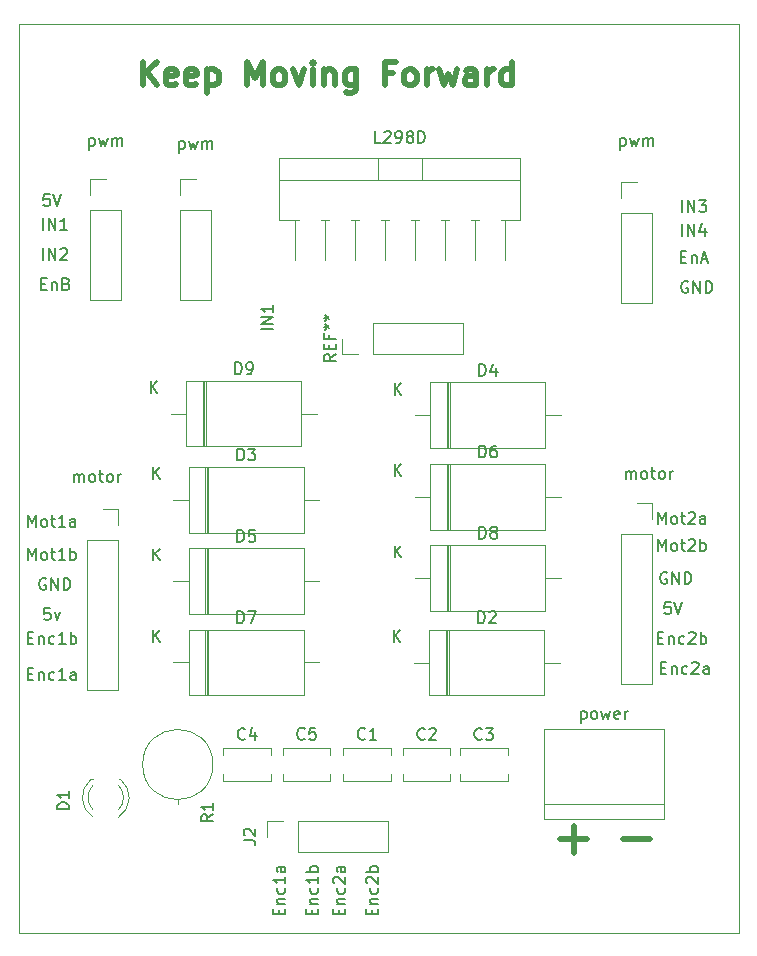
<source format=gbr>
G04 #@! TF.GenerationSoftware,KiCad,Pcbnew,(5.1.2)-2*
G04 #@! TF.CreationDate,2020-05-01T16:22:05+07:00*
G04 #@! TF.ProjectId,l298n,6c323938-6e2e-46b6-9963-61645f706362,rev?*
G04 #@! TF.SameCoordinates,Original*
G04 #@! TF.FileFunction,Legend,Top*
G04 #@! TF.FilePolarity,Positive*
%FSLAX46Y46*%
G04 Gerber Fmt 4.6, Leading zero omitted, Abs format (unit mm)*
G04 Created by KiCad (PCBNEW (5.1.2)-2) date 2020-05-01 16:22:05*
%MOMM*%
%LPD*%
G04 APERTURE LIST*
%ADD10C,0.120000*%
%ADD11C,0.500000*%
%ADD12C,0.150000*%
G04 APERTURE END LIST*
D10*
X79248000Y-17526000D02*
X79248000Y-94488000D01*
X140208000Y-17526000D02*
X79248000Y-17526000D01*
X140208000Y-94488000D02*
X140208000Y-17526000D01*
X79248000Y-94488000D02*
X140208000Y-94488000D01*
D11*
X89790952Y-22748761D02*
X89790952Y-20748761D01*
X90933809Y-22748761D02*
X90076666Y-21605904D01*
X90933809Y-20748761D02*
X89790952Y-21891619D01*
X92552857Y-22653523D02*
X92362380Y-22748761D01*
X91981428Y-22748761D01*
X91790952Y-22653523D01*
X91695714Y-22463047D01*
X91695714Y-21701142D01*
X91790952Y-21510666D01*
X91981428Y-21415428D01*
X92362380Y-21415428D01*
X92552857Y-21510666D01*
X92648095Y-21701142D01*
X92648095Y-21891619D01*
X91695714Y-22082095D01*
X94267142Y-22653523D02*
X94076666Y-22748761D01*
X93695714Y-22748761D01*
X93505238Y-22653523D01*
X93410000Y-22463047D01*
X93410000Y-21701142D01*
X93505238Y-21510666D01*
X93695714Y-21415428D01*
X94076666Y-21415428D01*
X94267142Y-21510666D01*
X94362380Y-21701142D01*
X94362380Y-21891619D01*
X93410000Y-22082095D01*
X95219523Y-21415428D02*
X95219523Y-23415428D01*
X95219523Y-21510666D02*
X95410000Y-21415428D01*
X95790952Y-21415428D01*
X95981428Y-21510666D01*
X96076666Y-21605904D01*
X96171904Y-21796380D01*
X96171904Y-22367809D01*
X96076666Y-22558285D01*
X95981428Y-22653523D01*
X95790952Y-22748761D01*
X95410000Y-22748761D01*
X95219523Y-22653523D01*
X98552857Y-22748761D02*
X98552857Y-20748761D01*
X99219523Y-22177333D01*
X99886190Y-20748761D01*
X99886190Y-22748761D01*
X101124285Y-22748761D02*
X100933809Y-22653523D01*
X100838571Y-22558285D01*
X100743333Y-22367809D01*
X100743333Y-21796380D01*
X100838571Y-21605904D01*
X100933809Y-21510666D01*
X101124285Y-21415428D01*
X101410000Y-21415428D01*
X101600476Y-21510666D01*
X101695714Y-21605904D01*
X101790952Y-21796380D01*
X101790952Y-22367809D01*
X101695714Y-22558285D01*
X101600476Y-22653523D01*
X101410000Y-22748761D01*
X101124285Y-22748761D01*
X102457619Y-21415428D02*
X102933809Y-22748761D01*
X103410000Y-21415428D01*
X104171904Y-22748761D02*
X104171904Y-21415428D01*
X104171904Y-20748761D02*
X104076666Y-20844000D01*
X104171904Y-20939238D01*
X104267142Y-20844000D01*
X104171904Y-20748761D01*
X104171904Y-20939238D01*
X105124285Y-21415428D02*
X105124285Y-22748761D01*
X105124285Y-21605904D02*
X105219523Y-21510666D01*
X105410000Y-21415428D01*
X105695714Y-21415428D01*
X105886190Y-21510666D01*
X105981428Y-21701142D01*
X105981428Y-22748761D01*
X107790952Y-21415428D02*
X107790952Y-23034476D01*
X107695714Y-23224952D01*
X107600476Y-23320190D01*
X107410000Y-23415428D01*
X107124285Y-23415428D01*
X106933809Y-23320190D01*
X107790952Y-22653523D02*
X107600476Y-22748761D01*
X107219523Y-22748761D01*
X107029047Y-22653523D01*
X106933809Y-22558285D01*
X106838571Y-22367809D01*
X106838571Y-21796380D01*
X106933809Y-21605904D01*
X107029047Y-21510666D01*
X107219523Y-21415428D01*
X107600476Y-21415428D01*
X107790952Y-21510666D01*
X110933809Y-21701142D02*
X110267142Y-21701142D01*
X110267142Y-22748761D02*
X110267142Y-20748761D01*
X111219523Y-20748761D01*
X112267142Y-22748761D02*
X112076666Y-22653523D01*
X111981428Y-22558285D01*
X111886190Y-22367809D01*
X111886190Y-21796380D01*
X111981428Y-21605904D01*
X112076666Y-21510666D01*
X112267142Y-21415428D01*
X112552857Y-21415428D01*
X112743333Y-21510666D01*
X112838571Y-21605904D01*
X112933809Y-21796380D01*
X112933809Y-22367809D01*
X112838571Y-22558285D01*
X112743333Y-22653523D01*
X112552857Y-22748761D01*
X112267142Y-22748761D01*
X113790952Y-22748761D02*
X113790952Y-21415428D01*
X113790952Y-21796380D02*
X113886190Y-21605904D01*
X113981428Y-21510666D01*
X114171904Y-21415428D01*
X114362380Y-21415428D01*
X114838571Y-21415428D02*
X115219523Y-22748761D01*
X115600476Y-21796380D01*
X115981428Y-22748761D01*
X116362380Y-21415428D01*
X117981428Y-22748761D02*
X117981428Y-21701142D01*
X117886190Y-21510666D01*
X117695714Y-21415428D01*
X117314761Y-21415428D01*
X117124285Y-21510666D01*
X117981428Y-22653523D02*
X117790952Y-22748761D01*
X117314761Y-22748761D01*
X117124285Y-22653523D01*
X117029047Y-22463047D01*
X117029047Y-22272571D01*
X117124285Y-22082095D01*
X117314761Y-21986857D01*
X117790952Y-21986857D01*
X117981428Y-21891619D01*
X118933809Y-22748761D02*
X118933809Y-21415428D01*
X118933809Y-21796380D02*
X119029047Y-21605904D01*
X119124285Y-21510666D01*
X119314761Y-21415428D01*
X119505238Y-21415428D01*
X121029047Y-22748761D02*
X121029047Y-20748761D01*
X121029047Y-22653523D02*
X120838571Y-22748761D01*
X120457619Y-22748761D01*
X120267142Y-22653523D01*
X120171904Y-22558285D01*
X120076666Y-22367809D01*
X120076666Y-21796380D01*
X120171904Y-21605904D01*
X120267142Y-21510666D01*
X120457619Y-21415428D01*
X120838571Y-21415428D01*
X121029047Y-21510666D01*
D12*
X100782380Y-43418000D02*
X99782380Y-43418000D01*
X100782380Y-42941809D02*
X99782380Y-42941809D01*
X100782380Y-42370380D01*
X99782380Y-42370380D01*
X100782380Y-41370380D02*
X100782380Y-41941809D01*
X100782380Y-41656095D02*
X99782380Y-41656095D01*
X99925238Y-41751333D01*
X100020476Y-41846571D01*
X100068095Y-41941809D01*
X135890095Y-39378000D02*
X135794857Y-39330380D01*
X135652000Y-39330380D01*
X135509142Y-39378000D01*
X135413904Y-39473238D01*
X135366285Y-39568476D01*
X135318666Y-39758952D01*
X135318666Y-39901809D01*
X135366285Y-40092285D01*
X135413904Y-40187523D01*
X135509142Y-40282761D01*
X135652000Y-40330380D01*
X135747238Y-40330380D01*
X135890095Y-40282761D01*
X135937714Y-40235142D01*
X135937714Y-39901809D01*
X135747238Y-39901809D01*
X136366285Y-40330380D02*
X136366285Y-39330380D01*
X136937714Y-40330380D01*
X136937714Y-39330380D01*
X137413904Y-40330380D02*
X137413904Y-39330380D01*
X137652000Y-39330380D01*
X137794857Y-39378000D01*
X137890095Y-39473238D01*
X137937714Y-39568476D01*
X137985333Y-39758952D01*
X137985333Y-39901809D01*
X137937714Y-40092285D01*
X137890095Y-40187523D01*
X137794857Y-40282761D01*
X137652000Y-40330380D01*
X137413904Y-40330380D01*
X135302761Y-37266571D02*
X135636095Y-37266571D01*
X135778952Y-37790380D02*
X135302761Y-37790380D01*
X135302761Y-36790380D01*
X135778952Y-36790380D01*
X136207523Y-37123714D02*
X136207523Y-37790380D01*
X136207523Y-37218952D02*
X136255142Y-37171333D01*
X136350380Y-37123714D01*
X136493238Y-37123714D01*
X136588476Y-37171333D01*
X136636095Y-37266571D01*
X136636095Y-37790380D01*
X137064666Y-37504666D02*
X137540857Y-37504666D01*
X136969428Y-37790380D02*
X137302761Y-36790380D01*
X137636095Y-37790380D01*
X135398000Y-35504380D02*
X135398000Y-34504380D01*
X135874190Y-35504380D02*
X135874190Y-34504380D01*
X136445619Y-35504380D01*
X136445619Y-34504380D01*
X137350380Y-34837714D02*
X137350380Y-35504380D01*
X137112285Y-34456761D02*
X136874190Y-35171047D01*
X137493238Y-35171047D01*
X135398000Y-33472380D02*
X135398000Y-32472380D01*
X135874190Y-33472380D02*
X135874190Y-32472380D01*
X136445619Y-33472380D01*
X136445619Y-32472380D01*
X136826571Y-32472380D02*
X137445619Y-32472380D01*
X137112285Y-32853333D01*
X137255142Y-32853333D01*
X137350380Y-32900952D01*
X137398000Y-32948571D01*
X137445619Y-33043809D01*
X137445619Y-33281904D01*
X137398000Y-33377142D01*
X137350380Y-33424761D01*
X137255142Y-33472380D01*
X136969428Y-33472380D01*
X136874190Y-33424761D01*
X136826571Y-33377142D01*
X81129333Y-39552571D02*
X81462666Y-39552571D01*
X81605523Y-40076380D02*
X81129333Y-40076380D01*
X81129333Y-39076380D01*
X81605523Y-39076380D01*
X82034095Y-39409714D02*
X82034095Y-40076380D01*
X82034095Y-39504952D02*
X82081714Y-39457333D01*
X82176952Y-39409714D01*
X82319809Y-39409714D01*
X82415047Y-39457333D01*
X82462666Y-39552571D01*
X82462666Y-40076380D01*
X83272190Y-39552571D02*
X83415047Y-39600190D01*
X83462666Y-39647809D01*
X83510285Y-39743047D01*
X83510285Y-39885904D01*
X83462666Y-39981142D01*
X83415047Y-40028761D01*
X83319809Y-40076380D01*
X82938857Y-40076380D01*
X82938857Y-39076380D01*
X83272190Y-39076380D01*
X83367428Y-39124000D01*
X83415047Y-39171619D01*
X83462666Y-39266857D01*
X83462666Y-39362095D01*
X83415047Y-39457333D01*
X83367428Y-39504952D01*
X83272190Y-39552571D01*
X82938857Y-39552571D01*
X81296000Y-37536380D02*
X81296000Y-36536380D01*
X81772190Y-37536380D02*
X81772190Y-36536380D01*
X82343619Y-37536380D01*
X82343619Y-36536380D01*
X82772190Y-36631619D02*
X82819809Y-36584000D01*
X82915047Y-36536380D01*
X83153142Y-36536380D01*
X83248380Y-36584000D01*
X83296000Y-36631619D01*
X83343619Y-36726857D01*
X83343619Y-36822095D01*
X83296000Y-36964952D01*
X82724571Y-37536380D01*
X83343619Y-37536380D01*
X81296000Y-34996380D02*
X81296000Y-33996380D01*
X81772190Y-34996380D02*
X81772190Y-33996380D01*
X82343619Y-34996380D01*
X82343619Y-33996380D01*
X83343619Y-34996380D02*
X82772190Y-34996380D01*
X83057904Y-34996380D02*
X83057904Y-33996380D01*
X82962666Y-34139238D01*
X82867428Y-34234476D01*
X82772190Y-34282095D01*
X81851523Y-31964380D02*
X81375333Y-31964380D01*
X81327714Y-32440571D01*
X81375333Y-32392952D01*
X81470571Y-32345333D01*
X81708666Y-32345333D01*
X81803904Y-32392952D01*
X81851523Y-32440571D01*
X81899142Y-32535809D01*
X81899142Y-32773904D01*
X81851523Y-32869142D01*
X81803904Y-32916761D01*
X81708666Y-32964380D01*
X81470571Y-32964380D01*
X81375333Y-32916761D01*
X81327714Y-32869142D01*
X82184857Y-31964380D02*
X82518190Y-32964380D01*
X82851523Y-31964380D01*
X80042000Y-60142380D02*
X80042000Y-59142380D01*
X80375333Y-59856666D01*
X80708666Y-59142380D01*
X80708666Y-60142380D01*
X81327714Y-60142380D02*
X81232476Y-60094761D01*
X81184857Y-60047142D01*
X81137238Y-59951904D01*
X81137238Y-59666190D01*
X81184857Y-59570952D01*
X81232476Y-59523333D01*
X81327714Y-59475714D01*
X81470571Y-59475714D01*
X81565809Y-59523333D01*
X81613428Y-59570952D01*
X81661047Y-59666190D01*
X81661047Y-59951904D01*
X81613428Y-60047142D01*
X81565809Y-60094761D01*
X81470571Y-60142380D01*
X81327714Y-60142380D01*
X81946761Y-59475714D02*
X82327714Y-59475714D01*
X82089619Y-59142380D02*
X82089619Y-59999523D01*
X82137238Y-60094761D01*
X82232476Y-60142380D01*
X82327714Y-60142380D01*
X83184857Y-60142380D02*
X82613428Y-60142380D01*
X82899142Y-60142380D02*
X82899142Y-59142380D01*
X82803904Y-59285238D01*
X82708666Y-59380476D01*
X82613428Y-59428095D01*
X84042000Y-60142380D02*
X84042000Y-59618571D01*
X83994380Y-59523333D01*
X83899142Y-59475714D01*
X83708666Y-59475714D01*
X83613428Y-59523333D01*
X84042000Y-60094761D02*
X83946761Y-60142380D01*
X83708666Y-60142380D01*
X83613428Y-60094761D01*
X83565809Y-59999523D01*
X83565809Y-59904285D01*
X83613428Y-59809047D01*
X83708666Y-59761428D01*
X83946761Y-59761428D01*
X84042000Y-59713809D01*
X80042000Y-62936380D02*
X80042000Y-61936380D01*
X80375333Y-62650666D01*
X80708666Y-61936380D01*
X80708666Y-62936380D01*
X81327714Y-62936380D02*
X81232476Y-62888761D01*
X81184857Y-62841142D01*
X81137238Y-62745904D01*
X81137238Y-62460190D01*
X81184857Y-62364952D01*
X81232476Y-62317333D01*
X81327714Y-62269714D01*
X81470571Y-62269714D01*
X81565809Y-62317333D01*
X81613428Y-62364952D01*
X81661047Y-62460190D01*
X81661047Y-62745904D01*
X81613428Y-62841142D01*
X81565809Y-62888761D01*
X81470571Y-62936380D01*
X81327714Y-62936380D01*
X81946761Y-62269714D02*
X82327714Y-62269714D01*
X82089619Y-61936380D02*
X82089619Y-62793523D01*
X82137238Y-62888761D01*
X82232476Y-62936380D01*
X82327714Y-62936380D01*
X83184857Y-62936380D02*
X82613428Y-62936380D01*
X82899142Y-62936380D02*
X82899142Y-61936380D01*
X82803904Y-62079238D01*
X82708666Y-62174476D01*
X82613428Y-62222095D01*
X83613428Y-62936380D02*
X83613428Y-61936380D01*
X83613428Y-62317333D02*
X83708666Y-62269714D01*
X83899142Y-62269714D01*
X83994380Y-62317333D01*
X84042000Y-62364952D01*
X84089619Y-62460190D01*
X84089619Y-62745904D01*
X84042000Y-62841142D01*
X83994380Y-62888761D01*
X83899142Y-62936380D01*
X83708666Y-62936380D01*
X83613428Y-62888761D01*
X81534095Y-64524000D02*
X81438857Y-64476380D01*
X81296000Y-64476380D01*
X81153142Y-64524000D01*
X81057904Y-64619238D01*
X81010285Y-64714476D01*
X80962666Y-64904952D01*
X80962666Y-65047809D01*
X81010285Y-65238285D01*
X81057904Y-65333523D01*
X81153142Y-65428761D01*
X81296000Y-65476380D01*
X81391238Y-65476380D01*
X81534095Y-65428761D01*
X81581714Y-65381142D01*
X81581714Y-65047809D01*
X81391238Y-65047809D01*
X82010285Y-65476380D02*
X82010285Y-64476380D01*
X82581714Y-65476380D01*
X82581714Y-64476380D01*
X83057904Y-65476380D02*
X83057904Y-64476380D01*
X83296000Y-64476380D01*
X83438857Y-64524000D01*
X83534095Y-64619238D01*
X83581714Y-64714476D01*
X83629333Y-64904952D01*
X83629333Y-65047809D01*
X83581714Y-65238285D01*
X83534095Y-65333523D01*
X83438857Y-65428761D01*
X83296000Y-65476380D01*
X83057904Y-65476380D01*
X81899142Y-67016380D02*
X81422952Y-67016380D01*
X81375333Y-67492571D01*
X81422952Y-67444952D01*
X81518190Y-67397333D01*
X81756285Y-67397333D01*
X81851523Y-67444952D01*
X81899142Y-67492571D01*
X81946761Y-67587809D01*
X81946761Y-67825904D01*
X81899142Y-67921142D01*
X81851523Y-67968761D01*
X81756285Y-68016380D01*
X81518190Y-68016380D01*
X81422952Y-67968761D01*
X81375333Y-67921142D01*
X82280095Y-67349714D02*
X82518190Y-68016380D01*
X82756285Y-67349714D01*
X80018190Y-69524571D02*
X80351523Y-69524571D01*
X80494380Y-70048380D02*
X80018190Y-70048380D01*
X80018190Y-69048380D01*
X80494380Y-69048380D01*
X80922952Y-69381714D02*
X80922952Y-70048380D01*
X80922952Y-69476952D02*
X80970571Y-69429333D01*
X81065809Y-69381714D01*
X81208666Y-69381714D01*
X81303904Y-69429333D01*
X81351523Y-69524571D01*
X81351523Y-70048380D01*
X82256285Y-70000761D02*
X82161047Y-70048380D01*
X81970571Y-70048380D01*
X81875333Y-70000761D01*
X81827714Y-69953142D01*
X81780095Y-69857904D01*
X81780095Y-69572190D01*
X81827714Y-69476952D01*
X81875333Y-69429333D01*
X81970571Y-69381714D01*
X82161047Y-69381714D01*
X82256285Y-69429333D01*
X83208666Y-70048380D02*
X82637238Y-70048380D01*
X82922952Y-70048380D02*
X82922952Y-69048380D01*
X82827714Y-69191238D01*
X82732476Y-69286476D01*
X82637238Y-69334095D01*
X83637238Y-70048380D02*
X83637238Y-69048380D01*
X83637238Y-69429333D02*
X83732476Y-69381714D01*
X83922952Y-69381714D01*
X84018190Y-69429333D01*
X84065809Y-69476952D01*
X84113428Y-69572190D01*
X84113428Y-69857904D01*
X84065809Y-69953142D01*
X84018190Y-70000761D01*
X83922952Y-70048380D01*
X83732476Y-70048380D01*
X83637238Y-70000761D01*
X80018190Y-72572571D02*
X80351523Y-72572571D01*
X80494380Y-73096380D02*
X80018190Y-73096380D01*
X80018190Y-72096380D01*
X80494380Y-72096380D01*
X80922952Y-72429714D02*
X80922952Y-73096380D01*
X80922952Y-72524952D02*
X80970571Y-72477333D01*
X81065809Y-72429714D01*
X81208666Y-72429714D01*
X81303904Y-72477333D01*
X81351523Y-72572571D01*
X81351523Y-73096380D01*
X82256285Y-73048761D02*
X82161047Y-73096380D01*
X81970571Y-73096380D01*
X81875333Y-73048761D01*
X81827714Y-73001142D01*
X81780095Y-72905904D01*
X81780095Y-72620190D01*
X81827714Y-72524952D01*
X81875333Y-72477333D01*
X81970571Y-72429714D01*
X82161047Y-72429714D01*
X82256285Y-72477333D01*
X83208666Y-73096380D02*
X82637238Y-73096380D01*
X82922952Y-73096380D02*
X82922952Y-72096380D01*
X82827714Y-72239238D01*
X82732476Y-72334476D01*
X82637238Y-72382095D01*
X84065809Y-73096380D02*
X84065809Y-72572571D01*
X84018190Y-72477333D01*
X83922952Y-72429714D01*
X83732476Y-72429714D01*
X83637238Y-72477333D01*
X84065809Y-73048761D02*
X83970571Y-73096380D01*
X83732476Y-73096380D01*
X83637238Y-73048761D01*
X83589619Y-72953523D01*
X83589619Y-72858285D01*
X83637238Y-72763047D01*
X83732476Y-72715428D01*
X83970571Y-72715428D01*
X84065809Y-72667809D01*
X133612190Y-72064571D02*
X133945523Y-72064571D01*
X134088380Y-72588380D02*
X133612190Y-72588380D01*
X133612190Y-71588380D01*
X134088380Y-71588380D01*
X134516952Y-71921714D02*
X134516952Y-72588380D01*
X134516952Y-72016952D02*
X134564571Y-71969333D01*
X134659809Y-71921714D01*
X134802666Y-71921714D01*
X134897904Y-71969333D01*
X134945523Y-72064571D01*
X134945523Y-72588380D01*
X135850285Y-72540761D02*
X135755047Y-72588380D01*
X135564571Y-72588380D01*
X135469333Y-72540761D01*
X135421714Y-72493142D01*
X135374095Y-72397904D01*
X135374095Y-72112190D01*
X135421714Y-72016952D01*
X135469333Y-71969333D01*
X135564571Y-71921714D01*
X135755047Y-71921714D01*
X135850285Y-71969333D01*
X136231238Y-71683619D02*
X136278857Y-71636000D01*
X136374095Y-71588380D01*
X136612190Y-71588380D01*
X136707428Y-71636000D01*
X136755047Y-71683619D01*
X136802666Y-71778857D01*
X136802666Y-71874095D01*
X136755047Y-72016952D01*
X136183619Y-72588380D01*
X136802666Y-72588380D01*
X137659809Y-72588380D02*
X137659809Y-72064571D01*
X137612190Y-71969333D01*
X137516952Y-71921714D01*
X137326476Y-71921714D01*
X137231238Y-71969333D01*
X137659809Y-72540761D02*
X137564571Y-72588380D01*
X137326476Y-72588380D01*
X137231238Y-72540761D01*
X137183619Y-72445523D01*
X137183619Y-72350285D01*
X137231238Y-72255047D01*
X137326476Y-72207428D01*
X137564571Y-72207428D01*
X137659809Y-72159809D01*
X133358190Y-69524571D02*
X133691523Y-69524571D01*
X133834380Y-70048380D02*
X133358190Y-70048380D01*
X133358190Y-69048380D01*
X133834380Y-69048380D01*
X134262952Y-69381714D02*
X134262952Y-70048380D01*
X134262952Y-69476952D02*
X134310571Y-69429333D01*
X134405809Y-69381714D01*
X134548666Y-69381714D01*
X134643904Y-69429333D01*
X134691523Y-69524571D01*
X134691523Y-70048380D01*
X135596285Y-70000761D02*
X135501047Y-70048380D01*
X135310571Y-70048380D01*
X135215333Y-70000761D01*
X135167714Y-69953142D01*
X135120095Y-69857904D01*
X135120095Y-69572190D01*
X135167714Y-69476952D01*
X135215333Y-69429333D01*
X135310571Y-69381714D01*
X135501047Y-69381714D01*
X135596285Y-69429333D01*
X135977238Y-69143619D02*
X136024857Y-69096000D01*
X136120095Y-69048380D01*
X136358190Y-69048380D01*
X136453428Y-69096000D01*
X136501047Y-69143619D01*
X136548666Y-69238857D01*
X136548666Y-69334095D01*
X136501047Y-69476952D01*
X135929619Y-70048380D01*
X136548666Y-70048380D01*
X136977238Y-70048380D02*
X136977238Y-69048380D01*
X136977238Y-69429333D02*
X137072476Y-69381714D01*
X137262952Y-69381714D01*
X137358190Y-69429333D01*
X137405809Y-69476952D01*
X137453428Y-69572190D01*
X137453428Y-69857904D01*
X137405809Y-69953142D01*
X137358190Y-70000761D01*
X137262952Y-70048380D01*
X137072476Y-70048380D01*
X136977238Y-70000761D01*
X134429523Y-66508380D02*
X133953333Y-66508380D01*
X133905714Y-66984571D01*
X133953333Y-66936952D01*
X134048571Y-66889333D01*
X134286666Y-66889333D01*
X134381904Y-66936952D01*
X134429523Y-66984571D01*
X134477142Y-67079809D01*
X134477142Y-67317904D01*
X134429523Y-67413142D01*
X134381904Y-67460761D01*
X134286666Y-67508380D01*
X134048571Y-67508380D01*
X133953333Y-67460761D01*
X133905714Y-67413142D01*
X134762857Y-66508380D02*
X135096190Y-67508380D01*
X135429523Y-66508380D01*
X134112095Y-64016000D02*
X134016857Y-63968380D01*
X133874000Y-63968380D01*
X133731142Y-64016000D01*
X133635904Y-64111238D01*
X133588285Y-64206476D01*
X133540666Y-64396952D01*
X133540666Y-64539809D01*
X133588285Y-64730285D01*
X133635904Y-64825523D01*
X133731142Y-64920761D01*
X133874000Y-64968380D01*
X133969238Y-64968380D01*
X134112095Y-64920761D01*
X134159714Y-64873142D01*
X134159714Y-64539809D01*
X133969238Y-64539809D01*
X134588285Y-64968380D02*
X134588285Y-63968380D01*
X135159714Y-64968380D01*
X135159714Y-63968380D01*
X135635904Y-64968380D02*
X135635904Y-63968380D01*
X135874000Y-63968380D01*
X136016857Y-64016000D01*
X136112095Y-64111238D01*
X136159714Y-64206476D01*
X136207333Y-64396952D01*
X136207333Y-64539809D01*
X136159714Y-64730285D01*
X136112095Y-64825523D01*
X136016857Y-64920761D01*
X135874000Y-64968380D01*
X135635904Y-64968380D01*
X133382000Y-62174380D02*
X133382000Y-61174380D01*
X133715333Y-61888666D01*
X134048666Y-61174380D01*
X134048666Y-62174380D01*
X134667714Y-62174380D02*
X134572476Y-62126761D01*
X134524857Y-62079142D01*
X134477238Y-61983904D01*
X134477238Y-61698190D01*
X134524857Y-61602952D01*
X134572476Y-61555333D01*
X134667714Y-61507714D01*
X134810571Y-61507714D01*
X134905809Y-61555333D01*
X134953428Y-61602952D01*
X135001047Y-61698190D01*
X135001047Y-61983904D01*
X134953428Y-62079142D01*
X134905809Y-62126761D01*
X134810571Y-62174380D01*
X134667714Y-62174380D01*
X135286761Y-61507714D02*
X135667714Y-61507714D01*
X135429619Y-61174380D02*
X135429619Y-62031523D01*
X135477238Y-62126761D01*
X135572476Y-62174380D01*
X135667714Y-62174380D01*
X135953428Y-61269619D02*
X136001047Y-61222000D01*
X136096285Y-61174380D01*
X136334380Y-61174380D01*
X136429619Y-61222000D01*
X136477238Y-61269619D01*
X136524857Y-61364857D01*
X136524857Y-61460095D01*
X136477238Y-61602952D01*
X135905809Y-62174380D01*
X136524857Y-62174380D01*
X136953428Y-62174380D02*
X136953428Y-61174380D01*
X136953428Y-61555333D02*
X137048666Y-61507714D01*
X137239142Y-61507714D01*
X137334380Y-61555333D01*
X137382000Y-61602952D01*
X137429619Y-61698190D01*
X137429619Y-61983904D01*
X137382000Y-62079142D01*
X137334380Y-62126761D01*
X137239142Y-62174380D01*
X137048666Y-62174380D01*
X136953428Y-62126761D01*
X133382000Y-59888380D02*
X133382000Y-58888380D01*
X133715333Y-59602666D01*
X134048666Y-58888380D01*
X134048666Y-59888380D01*
X134667714Y-59888380D02*
X134572476Y-59840761D01*
X134524857Y-59793142D01*
X134477238Y-59697904D01*
X134477238Y-59412190D01*
X134524857Y-59316952D01*
X134572476Y-59269333D01*
X134667714Y-59221714D01*
X134810571Y-59221714D01*
X134905809Y-59269333D01*
X134953428Y-59316952D01*
X135001047Y-59412190D01*
X135001047Y-59697904D01*
X134953428Y-59793142D01*
X134905809Y-59840761D01*
X134810571Y-59888380D01*
X134667714Y-59888380D01*
X135286761Y-59221714D02*
X135667714Y-59221714D01*
X135429619Y-58888380D02*
X135429619Y-59745523D01*
X135477238Y-59840761D01*
X135572476Y-59888380D01*
X135667714Y-59888380D01*
X135953428Y-58983619D02*
X136001047Y-58936000D01*
X136096285Y-58888380D01*
X136334380Y-58888380D01*
X136429619Y-58936000D01*
X136477238Y-58983619D01*
X136524857Y-59078857D01*
X136524857Y-59174095D01*
X136477238Y-59316952D01*
X135905809Y-59888380D01*
X136524857Y-59888380D01*
X137382000Y-59888380D02*
X137382000Y-59364571D01*
X137334380Y-59269333D01*
X137239142Y-59221714D01*
X137048666Y-59221714D01*
X136953428Y-59269333D01*
X137382000Y-59840761D02*
X137286761Y-59888380D01*
X137048666Y-59888380D01*
X136953428Y-59840761D01*
X136905809Y-59745523D01*
X136905809Y-59650285D01*
X136953428Y-59555047D01*
X137048666Y-59507428D01*
X137286761Y-59507428D01*
X137382000Y-59459809D01*
X109148571Y-92955809D02*
X109148571Y-92622476D01*
X109672380Y-92479619D02*
X109672380Y-92955809D01*
X108672380Y-92955809D01*
X108672380Y-92479619D01*
X109005714Y-92051047D02*
X109672380Y-92051047D01*
X109100952Y-92051047D02*
X109053333Y-92003428D01*
X109005714Y-91908190D01*
X109005714Y-91765333D01*
X109053333Y-91670095D01*
X109148571Y-91622476D01*
X109672380Y-91622476D01*
X109624761Y-90717714D02*
X109672380Y-90812952D01*
X109672380Y-91003428D01*
X109624761Y-91098666D01*
X109577142Y-91146285D01*
X109481904Y-91193904D01*
X109196190Y-91193904D01*
X109100952Y-91146285D01*
X109053333Y-91098666D01*
X109005714Y-91003428D01*
X109005714Y-90812952D01*
X109053333Y-90717714D01*
X108767619Y-90336761D02*
X108720000Y-90289142D01*
X108672380Y-90193904D01*
X108672380Y-89955809D01*
X108720000Y-89860571D01*
X108767619Y-89812952D01*
X108862857Y-89765333D01*
X108958095Y-89765333D01*
X109100952Y-89812952D01*
X109672380Y-90384380D01*
X109672380Y-89765333D01*
X109672380Y-89336761D02*
X108672380Y-89336761D01*
X109053333Y-89336761D02*
X109005714Y-89241523D01*
X109005714Y-89051047D01*
X109053333Y-88955809D01*
X109100952Y-88908190D01*
X109196190Y-88860571D01*
X109481904Y-88860571D01*
X109577142Y-88908190D01*
X109624761Y-88955809D01*
X109672380Y-89051047D01*
X109672380Y-89241523D01*
X109624761Y-89336761D01*
X106354571Y-92955809D02*
X106354571Y-92622476D01*
X106878380Y-92479619D02*
X106878380Y-92955809D01*
X105878380Y-92955809D01*
X105878380Y-92479619D01*
X106211714Y-92051047D02*
X106878380Y-92051047D01*
X106306952Y-92051047D02*
X106259333Y-92003428D01*
X106211714Y-91908190D01*
X106211714Y-91765333D01*
X106259333Y-91670095D01*
X106354571Y-91622476D01*
X106878380Y-91622476D01*
X106830761Y-90717714D02*
X106878380Y-90812952D01*
X106878380Y-91003428D01*
X106830761Y-91098666D01*
X106783142Y-91146285D01*
X106687904Y-91193904D01*
X106402190Y-91193904D01*
X106306952Y-91146285D01*
X106259333Y-91098666D01*
X106211714Y-91003428D01*
X106211714Y-90812952D01*
X106259333Y-90717714D01*
X105973619Y-90336761D02*
X105926000Y-90289142D01*
X105878380Y-90193904D01*
X105878380Y-89955809D01*
X105926000Y-89860571D01*
X105973619Y-89812952D01*
X106068857Y-89765333D01*
X106164095Y-89765333D01*
X106306952Y-89812952D01*
X106878380Y-90384380D01*
X106878380Y-89765333D01*
X106878380Y-88908190D02*
X106354571Y-88908190D01*
X106259333Y-88955809D01*
X106211714Y-89051047D01*
X106211714Y-89241523D01*
X106259333Y-89336761D01*
X106830761Y-88908190D02*
X106878380Y-89003428D01*
X106878380Y-89241523D01*
X106830761Y-89336761D01*
X106735523Y-89384380D01*
X106640285Y-89384380D01*
X106545047Y-89336761D01*
X106497428Y-89241523D01*
X106497428Y-89003428D01*
X106449809Y-88908190D01*
X104068571Y-92955809D02*
X104068571Y-92622476D01*
X104592380Y-92479619D02*
X104592380Y-92955809D01*
X103592380Y-92955809D01*
X103592380Y-92479619D01*
X103925714Y-92051047D02*
X104592380Y-92051047D01*
X104020952Y-92051047D02*
X103973333Y-92003428D01*
X103925714Y-91908190D01*
X103925714Y-91765333D01*
X103973333Y-91670095D01*
X104068571Y-91622476D01*
X104592380Y-91622476D01*
X104544761Y-90717714D02*
X104592380Y-90812952D01*
X104592380Y-91003428D01*
X104544761Y-91098666D01*
X104497142Y-91146285D01*
X104401904Y-91193904D01*
X104116190Y-91193904D01*
X104020952Y-91146285D01*
X103973333Y-91098666D01*
X103925714Y-91003428D01*
X103925714Y-90812952D01*
X103973333Y-90717714D01*
X104592380Y-89765333D02*
X104592380Y-90336761D01*
X104592380Y-90051047D02*
X103592380Y-90051047D01*
X103735238Y-90146285D01*
X103830476Y-90241523D01*
X103878095Y-90336761D01*
X104592380Y-89336761D02*
X103592380Y-89336761D01*
X103973333Y-89336761D02*
X103925714Y-89241523D01*
X103925714Y-89051047D01*
X103973333Y-88955809D01*
X104020952Y-88908190D01*
X104116190Y-88860571D01*
X104401904Y-88860571D01*
X104497142Y-88908190D01*
X104544761Y-88955809D01*
X104592380Y-89051047D01*
X104592380Y-89241523D01*
X104544761Y-89336761D01*
X101274571Y-92955809D02*
X101274571Y-92622476D01*
X101798380Y-92479619D02*
X101798380Y-92955809D01*
X100798380Y-92955809D01*
X100798380Y-92479619D01*
X101131714Y-92051047D02*
X101798380Y-92051047D01*
X101226952Y-92051047D02*
X101179333Y-92003428D01*
X101131714Y-91908190D01*
X101131714Y-91765333D01*
X101179333Y-91670095D01*
X101274571Y-91622476D01*
X101798380Y-91622476D01*
X101750761Y-90717714D02*
X101798380Y-90812952D01*
X101798380Y-91003428D01*
X101750761Y-91098666D01*
X101703142Y-91146285D01*
X101607904Y-91193904D01*
X101322190Y-91193904D01*
X101226952Y-91146285D01*
X101179333Y-91098666D01*
X101131714Y-91003428D01*
X101131714Y-90812952D01*
X101179333Y-90717714D01*
X101798380Y-89765333D02*
X101798380Y-90336761D01*
X101798380Y-90051047D02*
X100798380Y-90051047D01*
X100941238Y-90146285D01*
X101036476Y-90241523D01*
X101084095Y-90336761D01*
X101798380Y-88908190D02*
X101274571Y-88908190D01*
X101179333Y-88955809D01*
X101131714Y-89051047D01*
X101131714Y-89241523D01*
X101179333Y-89336761D01*
X101750761Y-88908190D02*
X101798380Y-89003428D01*
X101798380Y-89241523D01*
X101750761Y-89336761D01*
X101655523Y-89384380D01*
X101560285Y-89384380D01*
X101465047Y-89336761D01*
X101417428Y-89241523D01*
X101417428Y-89003428D01*
X101369809Y-88908190D01*
D11*
X130429142Y-86574285D02*
X132714857Y-86574285D01*
X125095142Y-86574285D02*
X127380857Y-86574285D01*
X126238000Y-87717142D02*
X126238000Y-85431428D01*
D10*
X92904000Y-30674000D02*
X94234000Y-30674000D01*
X92904000Y-32004000D02*
X92904000Y-30674000D01*
X92904000Y-33274000D02*
X95564000Y-33274000D01*
X95564000Y-33274000D02*
X95564000Y-40954000D01*
X92904000Y-33274000D02*
X92904000Y-40954000D01*
X92904000Y-40954000D02*
X95564000Y-40954000D01*
X106620000Y-45526000D02*
X106620000Y-44196000D01*
X107950000Y-45526000D02*
X106620000Y-45526000D01*
X109220000Y-45526000D02*
X109220000Y-42866000D01*
X109220000Y-42866000D02*
X116900000Y-42866000D01*
X109220000Y-45526000D02*
X116900000Y-45526000D01*
X116900000Y-45526000D02*
X116900000Y-42866000D01*
X130242000Y-30928000D02*
X131572000Y-30928000D01*
X130242000Y-32258000D02*
X130242000Y-30928000D01*
X130242000Y-33528000D02*
X132902000Y-33528000D01*
X132902000Y-33528000D02*
X132902000Y-41208000D01*
X130242000Y-33528000D02*
X130242000Y-41208000D01*
X130242000Y-41208000D02*
X132902000Y-41208000D01*
X101286000Y-28908000D02*
X121726000Y-28908000D01*
X101286000Y-34149000D02*
X102962000Y-34149000D01*
X104811000Y-34149000D02*
X105502000Y-34149000D01*
X107351000Y-34149000D02*
X108042000Y-34149000D01*
X109891000Y-34149000D02*
X110582000Y-34149000D01*
X112431000Y-34149000D02*
X113122000Y-34149000D01*
X114971000Y-34149000D02*
X115662000Y-34149000D01*
X117511000Y-34149000D02*
X118202000Y-34149000D01*
X120051000Y-34149000D02*
X121726000Y-34149000D01*
X101286000Y-28908000D02*
X101286000Y-34149000D01*
X121726000Y-28908000D02*
X121726000Y-34149000D01*
X101286000Y-30748000D02*
X121726000Y-30748000D01*
X109657000Y-28908000D02*
X109657000Y-30748000D01*
X113356000Y-28908000D02*
X113356000Y-30748000D01*
X102616000Y-34149000D02*
X102616000Y-37558000D01*
X105156000Y-34149000D02*
X105156000Y-37543000D01*
X107696000Y-34149000D02*
X107696000Y-37543000D01*
X110236000Y-34149000D02*
X110236000Y-37543000D01*
X112776000Y-34149000D02*
X112776000Y-37543000D01*
X115316000Y-34149000D02*
X115316000Y-37543000D01*
X117856000Y-34149000D02*
X117856000Y-37543000D01*
X120396000Y-34149000D02*
X120396000Y-37543000D01*
X110752000Y-81059000D02*
X110752000Y-81684000D01*
X110752000Y-78844000D02*
X110752000Y-79469000D01*
X106712000Y-81059000D02*
X106712000Y-81684000D01*
X106712000Y-78844000D02*
X106712000Y-79469000D01*
X106712000Y-81684000D02*
X110752000Y-81684000D01*
X106712000Y-78844000D02*
X110752000Y-78844000D01*
X111752000Y-79469000D02*
X111752000Y-78844000D01*
X111752000Y-81684000D02*
X111752000Y-81059000D01*
X115792000Y-79469000D02*
X115792000Y-78844000D01*
X115792000Y-81684000D02*
X115792000Y-81059000D01*
X115792000Y-78844000D02*
X111752000Y-78844000D01*
X115792000Y-81684000D02*
X111752000Y-81684000D01*
X120658000Y-81684000D02*
X116618000Y-81684000D01*
X120658000Y-78844000D02*
X116618000Y-78844000D01*
X120658000Y-81684000D02*
X120658000Y-81059000D01*
X120658000Y-79469000D02*
X120658000Y-78844000D01*
X116618000Y-81684000D02*
X116618000Y-81059000D01*
X116618000Y-79469000D02*
X116618000Y-78844000D01*
X100592000Y-81684000D02*
X96552000Y-81684000D01*
X100592000Y-78844000D02*
X96552000Y-78844000D01*
X100592000Y-81684000D02*
X100592000Y-81059000D01*
X100592000Y-79469000D02*
X100592000Y-78844000D01*
X96552000Y-81684000D02*
X96552000Y-81059000D01*
X96552000Y-79469000D02*
X96552000Y-78844000D01*
X101592000Y-78844000D02*
X105632000Y-78844000D01*
X101592000Y-81684000D02*
X105632000Y-81684000D01*
X101592000Y-78844000D02*
X101592000Y-79469000D01*
X101592000Y-81059000D02*
X101592000Y-81684000D01*
X105632000Y-78844000D02*
X105632000Y-79469000D01*
X105632000Y-81059000D02*
X105632000Y-81684000D01*
X87850000Y-81498000D02*
X87694000Y-81498000D01*
X85534000Y-81498000D02*
X85378000Y-81498000D01*
X87692608Y-84730335D02*
G75*
G03X87849516Y-81498000I-1078608J1672335D01*
G01*
X85535392Y-84730335D02*
G75*
G02X85378484Y-81498000I1078608J1672335D01*
G01*
X87693837Y-84099130D02*
G75*
G03X87694000Y-82017039I-1079837J1041130D01*
G01*
X85534163Y-84099130D02*
G75*
G02X85534000Y-82017039I1079837J1041130D01*
G01*
X133858000Y-83566000D02*
X123698000Y-83566000D01*
X133858000Y-84836000D02*
X133858000Y-77216000D01*
X133858000Y-77216000D02*
X123698000Y-77216000D01*
X123698000Y-77216000D02*
X123698000Y-84836000D01*
X123698000Y-84836000D02*
X133858000Y-84836000D01*
X102870000Y-87690000D02*
X102870000Y-85030000D01*
X102870000Y-87690000D02*
X110550000Y-87690000D01*
X110550000Y-87690000D02*
X110550000Y-85030000D01*
X102870000Y-85030000D02*
X110550000Y-85030000D01*
X100270000Y-85030000D02*
X101600000Y-85030000D01*
X100270000Y-86360000D02*
X100270000Y-85030000D01*
X85030000Y-61214000D02*
X87690000Y-61214000D01*
X85030000Y-61214000D02*
X85030000Y-73974000D01*
X85030000Y-73974000D02*
X87690000Y-73974000D01*
X87690000Y-61214000D02*
X87690000Y-73974000D01*
X87690000Y-58614000D02*
X87690000Y-59944000D01*
X86360000Y-58614000D02*
X87690000Y-58614000D01*
X131572000Y-58106000D02*
X132902000Y-58106000D01*
X132902000Y-58106000D02*
X132902000Y-59436000D01*
X132902000Y-60706000D02*
X132902000Y-73466000D01*
X130242000Y-73466000D02*
X132902000Y-73466000D01*
X130242000Y-60706000D02*
X130242000Y-73466000D01*
X130242000Y-60706000D02*
X132902000Y-60706000D01*
X95680000Y-80264000D02*
G75*
G03X95680000Y-80264000I-2970000J0D01*
G01*
X92710000Y-83234000D02*
X92710000Y-83644000D01*
X85284000Y-40954000D02*
X87944000Y-40954000D01*
X85284000Y-33274000D02*
X85284000Y-40954000D01*
X87944000Y-33274000D02*
X87944000Y-40954000D01*
X85284000Y-33274000D02*
X87944000Y-33274000D01*
X85284000Y-32004000D02*
X85284000Y-30674000D01*
X85284000Y-30674000D02*
X86614000Y-30674000D01*
X113992000Y-68843000D02*
X113992000Y-74413000D01*
X113992000Y-74413000D02*
X123752000Y-74413000D01*
X123752000Y-74413000D02*
X123752000Y-68843000D01*
X123752000Y-68843000D02*
X113992000Y-68843000D01*
X112692000Y-71628000D02*
X113992000Y-71628000D01*
X125052000Y-71628000D02*
X123752000Y-71628000D01*
X115540000Y-68843000D02*
X115540000Y-74413000D01*
X115660000Y-68843000D02*
X115660000Y-74413000D01*
X115420000Y-68843000D02*
X115420000Y-74413000D01*
X93623001Y-55056001D02*
X93623001Y-60626001D01*
X93623001Y-60626001D02*
X103383001Y-60626001D01*
X103383001Y-60626001D02*
X103383001Y-55056001D01*
X103383001Y-55056001D02*
X93623001Y-55056001D01*
X92323001Y-57841001D02*
X93623001Y-57841001D01*
X104683001Y-57841001D02*
X103383001Y-57841001D01*
X95171001Y-55056001D02*
X95171001Y-60626001D01*
X95291001Y-55056001D02*
X95291001Y-60626001D01*
X95051001Y-55056001D02*
X95051001Y-60626001D01*
X115511001Y-47912001D02*
X115511001Y-53482001D01*
X115751001Y-47912001D02*
X115751001Y-53482001D01*
X115631001Y-47912001D02*
X115631001Y-53482001D01*
X125143001Y-50697001D02*
X123843001Y-50697001D01*
X112783001Y-50697001D02*
X114083001Y-50697001D01*
X123843001Y-47912001D02*
X114083001Y-47912001D01*
X123843001Y-53482001D02*
X123843001Y-47912001D01*
X114083001Y-53482001D02*
X123843001Y-53482001D01*
X114083001Y-47912001D02*
X114083001Y-53482001D01*
X95051001Y-61946001D02*
X95051001Y-67516001D01*
X95291001Y-61946001D02*
X95291001Y-67516001D01*
X95171001Y-61946001D02*
X95171001Y-67516001D01*
X104683001Y-64731001D02*
X103383001Y-64731001D01*
X92323001Y-64731001D02*
X93623001Y-64731001D01*
X103383001Y-61946001D02*
X93623001Y-61946001D01*
X103383001Y-67516001D02*
X103383001Y-61946001D01*
X93623001Y-67516001D02*
X103383001Y-67516001D01*
X93623001Y-61946001D02*
X93623001Y-67516001D01*
X114083001Y-54802001D02*
X114083001Y-60372001D01*
X114083001Y-60372001D02*
X123843001Y-60372001D01*
X123843001Y-60372001D02*
X123843001Y-54802001D01*
X123843001Y-54802001D02*
X114083001Y-54802001D01*
X112783001Y-57587001D02*
X114083001Y-57587001D01*
X125143001Y-57587001D02*
X123843001Y-57587001D01*
X115631001Y-54802001D02*
X115631001Y-60372001D01*
X115751001Y-54802001D02*
X115751001Y-60372001D01*
X115511001Y-54802001D02*
X115511001Y-60372001D01*
X93623001Y-68836001D02*
X93623001Y-74406001D01*
X93623001Y-74406001D02*
X103383001Y-74406001D01*
X103383001Y-74406001D02*
X103383001Y-68836001D01*
X103383001Y-68836001D02*
X93623001Y-68836001D01*
X92323001Y-71621001D02*
X93623001Y-71621001D01*
X104683001Y-71621001D02*
X103383001Y-71621001D01*
X95171001Y-68836001D02*
X95171001Y-74406001D01*
X95291001Y-68836001D02*
X95291001Y-74406001D01*
X95051001Y-68836001D02*
X95051001Y-74406001D01*
X115511001Y-61692001D02*
X115511001Y-67262001D01*
X115751001Y-61692001D02*
X115751001Y-67262001D01*
X115631001Y-61692001D02*
X115631001Y-67262001D01*
X125143001Y-64477001D02*
X123843001Y-64477001D01*
X112783001Y-64477001D02*
X114083001Y-64477001D01*
X123843001Y-61692001D02*
X114083001Y-61692001D01*
X123843001Y-67262001D02*
X123843001Y-61692001D01*
X114083001Y-67262001D02*
X123843001Y-67262001D01*
X114083001Y-61692001D02*
X114083001Y-67262001D01*
X94846000Y-47761000D02*
X94846000Y-53331000D01*
X95086000Y-47761000D02*
X95086000Y-53331000D01*
X94966000Y-47761000D02*
X94966000Y-53331000D01*
X104478000Y-50546000D02*
X103178000Y-50546000D01*
X92118000Y-50546000D02*
X93418000Y-50546000D01*
X103178000Y-47761000D02*
X93418000Y-47761000D01*
X103178000Y-53331000D02*
X103178000Y-47761000D01*
X93418000Y-53331000D02*
X103178000Y-53331000D01*
X93418000Y-47761000D02*
X93418000Y-53331000D01*
D12*
X92829238Y-27471714D02*
X92829238Y-28471714D01*
X92829238Y-27519333D02*
X92924476Y-27471714D01*
X93114952Y-27471714D01*
X93210190Y-27519333D01*
X93257809Y-27566952D01*
X93305428Y-27662190D01*
X93305428Y-27947904D01*
X93257809Y-28043142D01*
X93210190Y-28090761D01*
X93114952Y-28138380D01*
X92924476Y-28138380D01*
X92829238Y-28090761D01*
X93638761Y-27471714D02*
X93829238Y-28138380D01*
X94019714Y-27662190D01*
X94210190Y-28138380D01*
X94400666Y-27471714D01*
X94781619Y-28138380D02*
X94781619Y-27471714D01*
X94781619Y-27566952D02*
X94829238Y-27519333D01*
X94924476Y-27471714D01*
X95067333Y-27471714D01*
X95162571Y-27519333D01*
X95210190Y-27614571D01*
X95210190Y-28138380D01*
X95210190Y-27614571D02*
X95257809Y-27519333D01*
X95353047Y-27471714D01*
X95495904Y-27471714D01*
X95591142Y-27519333D01*
X95638761Y-27614571D01*
X95638761Y-28138380D01*
X106072380Y-45529333D02*
X105596190Y-45862666D01*
X106072380Y-46100761D02*
X105072380Y-46100761D01*
X105072380Y-45719809D01*
X105120000Y-45624571D01*
X105167619Y-45576952D01*
X105262857Y-45529333D01*
X105405714Y-45529333D01*
X105500952Y-45576952D01*
X105548571Y-45624571D01*
X105596190Y-45719809D01*
X105596190Y-46100761D01*
X105548571Y-45100761D02*
X105548571Y-44767428D01*
X106072380Y-44624571D02*
X106072380Y-45100761D01*
X105072380Y-45100761D01*
X105072380Y-44624571D01*
X105548571Y-43862666D02*
X105548571Y-44196000D01*
X106072380Y-44196000D02*
X105072380Y-44196000D01*
X105072380Y-43719809D01*
X105072380Y-43196000D02*
X105310476Y-43196000D01*
X105215238Y-43434095D02*
X105310476Y-43196000D01*
X105215238Y-42957904D01*
X105500952Y-43338857D02*
X105310476Y-43196000D01*
X105500952Y-43053142D01*
X105072380Y-42434095D02*
X105310476Y-42434095D01*
X105215238Y-42672190D02*
X105310476Y-42434095D01*
X105215238Y-42196000D01*
X105500952Y-42576952D02*
X105310476Y-42434095D01*
X105500952Y-42291238D01*
X130167238Y-27217714D02*
X130167238Y-28217714D01*
X130167238Y-27265333D02*
X130262476Y-27217714D01*
X130452952Y-27217714D01*
X130548190Y-27265333D01*
X130595809Y-27312952D01*
X130643428Y-27408190D01*
X130643428Y-27693904D01*
X130595809Y-27789142D01*
X130548190Y-27836761D01*
X130452952Y-27884380D01*
X130262476Y-27884380D01*
X130167238Y-27836761D01*
X130976761Y-27217714D02*
X131167238Y-27884380D01*
X131357714Y-27408190D01*
X131548190Y-27884380D01*
X131738666Y-27217714D01*
X132119619Y-27884380D02*
X132119619Y-27217714D01*
X132119619Y-27312952D02*
X132167238Y-27265333D01*
X132262476Y-27217714D01*
X132405333Y-27217714D01*
X132500571Y-27265333D01*
X132548190Y-27360571D01*
X132548190Y-27884380D01*
X132548190Y-27360571D02*
X132595809Y-27265333D01*
X132691047Y-27217714D01*
X132833904Y-27217714D01*
X132929142Y-27265333D01*
X132976761Y-27360571D01*
X132976761Y-27884380D01*
X109886952Y-27630380D02*
X109410761Y-27630380D01*
X109410761Y-26630380D01*
X110172666Y-26725619D02*
X110220285Y-26678000D01*
X110315523Y-26630380D01*
X110553619Y-26630380D01*
X110648857Y-26678000D01*
X110696476Y-26725619D01*
X110744095Y-26820857D01*
X110744095Y-26916095D01*
X110696476Y-27058952D01*
X110125047Y-27630380D01*
X110744095Y-27630380D01*
X111220285Y-27630380D02*
X111410761Y-27630380D01*
X111506000Y-27582761D01*
X111553619Y-27535142D01*
X111648857Y-27392285D01*
X111696476Y-27201809D01*
X111696476Y-26820857D01*
X111648857Y-26725619D01*
X111601238Y-26678000D01*
X111506000Y-26630380D01*
X111315523Y-26630380D01*
X111220285Y-26678000D01*
X111172666Y-26725619D01*
X111125047Y-26820857D01*
X111125047Y-27058952D01*
X111172666Y-27154190D01*
X111220285Y-27201809D01*
X111315523Y-27249428D01*
X111506000Y-27249428D01*
X111601238Y-27201809D01*
X111648857Y-27154190D01*
X111696476Y-27058952D01*
X112267904Y-27058952D02*
X112172666Y-27011333D01*
X112125047Y-26963714D01*
X112077428Y-26868476D01*
X112077428Y-26820857D01*
X112125047Y-26725619D01*
X112172666Y-26678000D01*
X112267904Y-26630380D01*
X112458380Y-26630380D01*
X112553619Y-26678000D01*
X112601238Y-26725619D01*
X112648857Y-26820857D01*
X112648857Y-26868476D01*
X112601238Y-26963714D01*
X112553619Y-27011333D01*
X112458380Y-27058952D01*
X112267904Y-27058952D01*
X112172666Y-27106571D01*
X112125047Y-27154190D01*
X112077428Y-27249428D01*
X112077428Y-27439904D01*
X112125047Y-27535142D01*
X112172666Y-27582761D01*
X112267904Y-27630380D01*
X112458380Y-27630380D01*
X112553619Y-27582761D01*
X112601238Y-27535142D01*
X112648857Y-27439904D01*
X112648857Y-27249428D01*
X112601238Y-27154190D01*
X112553619Y-27106571D01*
X112458380Y-27058952D01*
X113077428Y-27630380D02*
X113077428Y-26630380D01*
X113315523Y-26630380D01*
X113458380Y-26678000D01*
X113553619Y-26773238D01*
X113601238Y-26868476D01*
X113648857Y-27058952D01*
X113648857Y-27201809D01*
X113601238Y-27392285D01*
X113553619Y-27487523D01*
X113458380Y-27582761D01*
X113315523Y-27630380D01*
X113077428Y-27630380D01*
X108565333Y-78071142D02*
X108517714Y-78118761D01*
X108374857Y-78166380D01*
X108279619Y-78166380D01*
X108136761Y-78118761D01*
X108041523Y-78023523D01*
X107993904Y-77928285D01*
X107946285Y-77737809D01*
X107946285Y-77594952D01*
X107993904Y-77404476D01*
X108041523Y-77309238D01*
X108136761Y-77214000D01*
X108279619Y-77166380D01*
X108374857Y-77166380D01*
X108517714Y-77214000D01*
X108565333Y-77261619D01*
X109517714Y-78166380D02*
X108946285Y-78166380D01*
X109232000Y-78166380D02*
X109232000Y-77166380D01*
X109136761Y-77309238D01*
X109041523Y-77404476D01*
X108946285Y-77452095D01*
X113625333Y-78081142D02*
X113577714Y-78128761D01*
X113434857Y-78176380D01*
X113339619Y-78176380D01*
X113196761Y-78128761D01*
X113101523Y-78033523D01*
X113053904Y-77938285D01*
X113006285Y-77747809D01*
X113006285Y-77604952D01*
X113053904Y-77414476D01*
X113101523Y-77319238D01*
X113196761Y-77224000D01*
X113339619Y-77176380D01*
X113434857Y-77176380D01*
X113577714Y-77224000D01*
X113625333Y-77271619D01*
X114006285Y-77271619D02*
X114053904Y-77224000D01*
X114149142Y-77176380D01*
X114387238Y-77176380D01*
X114482476Y-77224000D01*
X114530095Y-77271619D01*
X114577714Y-77366857D01*
X114577714Y-77462095D01*
X114530095Y-77604952D01*
X113958666Y-78176380D01*
X114577714Y-78176380D01*
X118451333Y-78081142D02*
X118403714Y-78128761D01*
X118260857Y-78176380D01*
X118165619Y-78176380D01*
X118022761Y-78128761D01*
X117927523Y-78033523D01*
X117879904Y-77938285D01*
X117832285Y-77747809D01*
X117832285Y-77604952D01*
X117879904Y-77414476D01*
X117927523Y-77319238D01*
X118022761Y-77224000D01*
X118165619Y-77176380D01*
X118260857Y-77176380D01*
X118403714Y-77224000D01*
X118451333Y-77271619D01*
X118784666Y-77176380D02*
X119403714Y-77176380D01*
X119070380Y-77557333D01*
X119213238Y-77557333D01*
X119308476Y-77604952D01*
X119356095Y-77652571D01*
X119403714Y-77747809D01*
X119403714Y-77985904D01*
X119356095Y-78081142D01*
X119308476Y-78128761D01*
X119213238Y-78176380D01*
X118927523Y-78176380D01*
X118832285Y-78128761D01*
X118784666Y-78081142D01*
X98405333Y-78081142D02*
X98357714Y-78128761D01*
X98214857Y-78176380D01*
X98119619Y-78176380D01*
X97976761Y-78128761D01*
X97881523Y-78033523D01*
X97833904Y-77938285D01*
X97786285Y-77747809D01*
X97786285Y-77604952D01*
X97833904Y-77414476D01*
X97881523Y-77319238D01*
X97976761Y-77224000D01*
X98119619Y-77176380D01*
X98214857Y-77176380D01*
X98357714Y-77224000D01*
X98405333Y-77271619D01*
X99262476Y-77509714D02*
X99262476Y-78176380D01*
X99024380Y-77128761D02*
X98786285Y-77843047D01*
X99405333Y-77843047D01*
X103445333Y-78071142D02*
X103397714Y-78118761D01*
X103254857Y-78166380D01*
X103159619Y-78166380D01*
X103016761Y-78118761D01*
X102921523Y-78023523D01*
X102873904Y-77928285D01*
X102826285Y-77737809D01*
X102826285Y-77594952D01*
X102873904Y-77404476D01*
X102921523Y-77309238D01*
X103016761Y-77214000D01*
X103159619Y-77166380D01*
X103254857Y-77166380D01*
X103397714Y-77214000D01*
X103445333Y-77261619D01*
X104350095Y-77166380D02*
X103873904Y-77166380D01*
X103826285Y-77642571D01*
X103873904Y-77594952D01*
X103969142Y-77547333D01*
X104207238Y-77547333D01*
X104302476Y-77594952D01*
X104350095Y-77642571D01*
X104397714Y-77737809D01*
X104397714Y-77975904D01*
X104350095Y-78071142D01*
X104302476Y-78118761D01*
X104207238Y-78166380D01*
X103969142Y-78166380D01*
X103873904Y-78118761D01*
X103826285Y-78071142D01*
X83510380Y-84050095D02*
X82510380Y-84050095D01*
X82510380Y-83812000D01*
X82558000Y-83669142D01*
X82653238Y-83573904D01*
X82748476Y-83526285D01*
X82938952Y-83478666D01*
X83081809Y-83478666D01*
X83272285Y-83526285D01*
X83367523Y-83573904D01*
X83462761Y-83669142D01*
X83510380Y-83812000D01*
X83510380Y-84050095D01*
X83510380Y-82526285D02*
X83510380Y-83097714D01*
X83510380Y-82812000D02*
X82510380Y-82812000D01*
X82653238Y-82907238D01*
X82748476Y-83002476D01*
X82796095Y-83097714D01*
X126849428Y-75731714D02*
X126849428Y-76731714D01*
X126849428Y-75779333D02*
X126944666Y-75731714D01*
X127135142Y-75731714D01*
X127230380Y-75779333D01*
X127278000Y-75826952D01*
X127325619Y-75922190D01*
X127325619Y-76207904D01*
X127278000Y-76303142D01*
X127230380Y-76350761D01*
X127135142Y-76398380D01*
X126944666Y-76398380D01*
X126849428Y-76350761D01*
X127897047Y-76398380D02*
X127801809Y-76350761D01*
X127754190Y-76303142D01*
X127706571Y-76207904D01*
X127706571Y-75922190D01*
X127754190Y-75826952D01*
X127801809Y-75779333D01*
X127897047Y-75731714D01*
X128039904Y-75731714D01*
X128135142Y-75779333D01*
X128182761Y-75826952D01*
X128230380Y-75922190D01*
X128230380Y-76207904D01*
X128182761Y-76303142D01*
X128135142Y-76350761D01*
X128039904Y-76398380D01*
X127897047Y-76398380D01*
X128563714Y-75731714D02*
X128754190Y-76398380D01*
X128944666Y-75922190D01*
X129135142Y-76398380D01*
X129325619Y-75731714D01*
X130087523Y-76350761D02*
X129992285Y-76398380D01*
X129801809Y-76398380D01*
X129706571Y-76350761D01*
X129658952Y-76255523D01*
X129658952Y-75874571D01*
X129706571Y-75779333D01*
X129801809Y-75731714D01*
X129992285Y-75731714D01*
X130087523Y-75779333D01*
X130135142Y-75874571D01*
X130135142Y-75969809D01*
X129658952Y-76065047D01*
X130563714Y-76398380D02*
X130563714Y-75731714D01*
X130563714Y-75922190D02*
X130611333Y-75826952D01*
X130658952Y-75779333D01*
X130754190Y-75731714D01*
X130849428Y-75731714D01*
X98282380Y-86693333D02*
X98996666Y-86693333D01*
X99139523Y-86740952D01*
X99234761Y-86836190D01*
X99282380Y-86979047D01*
X99282380Y-87074285D01*
X98377619Y-86264761D02*
X98330000Y-86217142D01*
X98282380Y-86121904D01*
X98282380Y-85883809D01*
X98330000Y-85788571D01*
X98377619Y-85740952D01*
X98472857Y-85693333D01*
X98568095Y-85693333D01*
X98710952Y-85740952D01*
X99282380Y-86312380D01*
X99282380Y-85693333D01*
X83923428Y-56332380D02*
X83923428Y-55665714D01*
X83923428Y-55760952D02*
X83971047Y-55713333D01*
X84066285Y-55665714D01*
X84209142Y-55665714D01*
X84304380Y-55713333D01*
X84352000Y-55808571D01*
X84352000Y-56332380D01*
X84352000Y-55808571D02*
X84399619Y-55713333D01*
X84494857Y-55665714D01*
X84637714Y-55665714D01*
X84732952Y-55713333D01*
X84780571Y-55808571D01*
X84780571Y-56332380D01*
X85399619Y-56332380D02*
X85304380Y-56284761D01*
X85256761Y-56237142D01*
X85209142Y-56141904D01*
X85209142Y-55856190D01*
X85256761Y-55760952D01*
X85304380Y-55713333D01*
X85399619Y-55665714D01*
X85542476Y-55665714D01*
X85637714Y-55713333D01*
X85685333Y-55760952D01*
X85732952Y-55856190D01*
X85732952Y-56141904D01*
X85685333Y-56237142D01*
X85637714Y-56284761D01*
X85542476Y-56332380D01*
X85399619Y-56332380D01*
X86018666Y-55665714D02*
X86399619Y-55665714D01*
X86161523Y-55332380D02*
X86161523Y-56189523D01*
X86209142Y-56284761D01*
X86304380Y-56332380D01*
X86399619Y-56332380D01*
X86875809Y-56332380D02*
X86780571Y-56284761D01*
X86732952Y-56237142D01*
X86685333Y-56141904D01*
X86685333Y-55856190D01*
X86732952Y-55760952D01*
X86780571Y-55713333D01*
X86875809Y-55665714D01*
X87018666Y-55665714D01*
X87113904Y-55713333D01*
X87161523Y-55760952D01*
X87209142Y-55856190D01*
X87209142Y-56141904D01*
X87161523Y-56237142D01*
X87113904Y-56284761D01*
X87018666Y-56332380D01*
X86875809Y-56332380D01*
X87637714Y-56332380D02*
X87637714Y-55665714D01*
X87637714Y-55856190D02*
X87685333Y-55760952D01*
X87732952Y-55713333D01*
X87828190Y-55665714D01*
X87923428Y-55665714D01*
X130659428Y-56078380D02*
X130659428Y-55411714D01*
X130659428Y-55506952D02*
X130707047Y-55459333D01*
X130802285Y-55411714D01*
X130945142Y-55411714D01*
X131040380Y-55459333D01*
X131088000Y-55554571D01*
X131088000Y-56078380D01*
X131088000Y-55554571D02*
X131135619Y-55459333D01*
X131230857Y-55411714D01*
X131373714Y-55411714D01*
X131468952Y-55459333D01*
X131516571Y-55554571D01*
X131516571Y-56078380D01*
X132135619Y-56078380D02*
X132040380Y-56030761D01*
X131992761Y-55983142D01*
X131945142Y-55887904D01*
X131945142Y-55602190D01*
X131992761Y-55506952D01*
X132040380Y-55459333D01*
X132135619Y-55411714D01*
X132278476Y-55411714D01*
X132373714Y-55459333D01*
X132421333Y-55506952D01*
X132468952Y-55602190D01*
X132468952Y-55887904D01*
X132421333Y-55983142D01*
X132373714Y-56030761D01*
X132278476Y-56078380D01*
X132135619Y-56078380D01*
X132754666Y-55411714D02*
X133135619Y-55411714D01*
X132897523Y-55078380D02*
X132897523Y-55935523D01*
X132945142Y-56030761D01*
X133040380Y-56078380D01*
X133135619Y-56078380D01*
X133611809Y-56078380D02*
X133516571Y-56030761D01*
X133468952Y-55983142D01*
X133421333Y-55887904D01*
X133421333Y-55602190D01*
X133468952Y-55506952D01*
X133516571Y-55459333D01*
X133611809Y-55411714D01*
X133754666Y-55411714D01*
X133849904Y-55459333D01*
X133897523Y-55506952D01*
X133945142Y-55602190D01*
X133945142Y-55887904D01*
X133897523Y-55983142D01*
X133849904Y-56030761D01*
X133754666Y-56078380D01*
X133611809Y-56078380D01*
X134373714Y-56078380D02*
X134373714Y-55411714D01*
X134373714Y-55602190D02*
X134421333Y-55506952D01*
X134468952Y-55459333D01*
X134564190Y-55411714D01*
X134659428Y-55411714D01*
X95702380Y-84494666D02*
X95226190Y-84828000D01*
X95702380Y-85066095D02*
X94702380Y-85066095D01*
X94702380Y-84685142D01*
X94750000Y-84589904D01*
X94797619Y-84542285D01*
X94892857Y-84494666D01*
X95035714Y-84494666D01*
X95130952Y-84542285D01*
X95178571Y-84589904D01*
X95226190Y-84685142D01*
X95226190Y-85066095D01*
X95702380Y-83542285D02*
X95702380Y-84113714D01*
X95702380Y-83828000D02*
X94702380Y-83828000D01*
X94845238Y-83923238D01*
X94940476Y-84018476D01*
X94988095Y-84113714D01*
X85209238Y-27217714D02*
X85209238Y-28217714D01*
X85209238Y-27265333D02*
X85304476Y-27217714D01*
X85494952Y-27217714D01*
X85590190Y-27265333D01*
X85637809Y-27312952D01*
X85685428Y-27408190D01*
X85685428Y-27693904D01*
X85637809Y-27789142D01*
X85590190Y-27836761D01*
X85494952Y-27884380D01*
X85304476Y-27884380D01*
X85209238Y-27836761D01*
X86018761Y-27217714D02*
X86209238Y-27884380D01*
X86399714Y-27408190D01*
X86590190Y-27884380D01*
X86780666Y-27217714D01*
X87161619Y-27884380D02*
X87161619Y-27217714D01*
X87161619Y-27312952D02*
X87209238Y-27265333D01*
X87304476Y-27217714D01*
X87447333Y-27217714D01*
X87542571Y-27265333D01*
X87590190Y-27360571D01*
X87590190Y-27884380D01*
X87590190Y-27360571D02*
X87637809Y-27265333D01*
X87733047Y-27217714D01*
X87875904Y-27217714D01*
X87971142Y-27265333D01*
X88018761Y-27360571D01*
X88018761Y-27884380D01*
X118133904Y-68295380D02*
X118133904Y-67295380D01*
X118372000Y-67295380D01*
X118514857Y-67343000D01*
X118610095Y-67438238D01*
X118657714Y-67533476D01*
X118705333Y-67723952D01*
X118705333Y-67866809D01*
X118657714Y-68057285D01*
X118610095Y-68152523D01*
X118514857Y-68247761D01*
X118372000Y-68295380D01*
X118133904Y-68295380D01*
X119086285Y-67390619D02*
X119133904Y-67343000D01*
X119229142Y-67295380D01*
X119467238Y-67295380D01*
X119562476Y-67343000D01*
X119610095Y-67390619D01*
X119657714Y-67485857D01*
X119657714Y-67581095D01*
X119610095Y-67723952D01*
X119038666Y-68295380D01*
X119657714Y-68295380D01*
X110990095Y-69880380D02*
X110990095Y-68880380D01*
X111561523Y-69880380D02*
X111132952Y-69308952D01*
X111561523Y-68880380D02*
X110990095Y-69451809D01*
X97764905Y-54508381D02*
X97764905Y-53508381D01*
X98003001Y-53508381D01*
X98145858Y-53556001D01*
X98241096Y-53651239D01*
X98288715Y-53746477D01*
X98336334Y-53936953D01*
X98336334Y-54079810D01*
X98288715Y-54270286D01*
X98241096Y-54365524D01*
X98145858Y-54460762D01*
X98003001Y-54508381D01*
X97764905Y-54508381D01*
X98669667Y-53508381D02*
X99288715Y-53508381D01*
X98955381Y-53889334D01*
X99098239Y-53889334D01*
X99193477Y-53936953D01*
X99241096Y-53984572D01*
X99288715Y-54079810D01*
X99288715Y-54317905D01*
X99241096Y-54413143D01*
X99193477Y-54460762D01*
X99098239Y-54508381D01*
X98812524Y-54508381D01*
X98717286Y-54460762D01*
X98669667Y-54413143D01*
X90621096Y-56093381D02*
X90621096Y-55093381D01*
X91192524Y-56093381D02*
X90763953Y-55521953D01*
X91192524Y-55093381D02*
X90621096Y-55664810D01*
X118224905Y-47364381D02*
X118224905Y-46364381D01*
X118463001Y-46364381D01*
X118605858Y-46412001D01*
X118701096Y-46507239D01*
X118748715Y-46602477D01*
X118796334Y-46792953D01*
X118796334Y-46935810D01*
X118748715Y-47126286D01*
X118701096Y-47221524D01*
X118605858Y-47316762D01*
X118463001Y-47364381D01*
X118224905Y-47364381D01*
X119653477Y-46697715D02*
X119653477Y-47364381D01*
X119415381Y-46316762D02*
X119177286Y-47031048D01*
X119796334Y-47031048D01*
X111081096Y-48949381D02*
X111081096Y-47949381D01*
X111652524Y-48949381D02*
X111223953Y-48377953D01*
X111652524Y-47949381D02*
X111081096Y-48520810D01*
X97764905Y-61398381D02*
X97764905Y-60398381D01*
X98003001Y-60398381D01*
X98145858Y-60446001D01*
X98241096Y-60541239D01*
X98288715Y-60636477D01*
X98336334Y-60826953D01*
X98336334Y-60969810D01*
X98288715Y-61160286D01*
X98241096Y-61255524D01*
X98145858Y-61350762D01*
X98003001Y-61398381D01*
X97764905Y-61398381D01*
X99241096Y-60398381D02*
X98764905Y-60398381D01*
X98717286Y-60874572D01*
X98764905Y-60826953D01*
X98860143Y-60779334D01*
X99098239Y-60779334D01*
X99193477Y-60826953D01*
X99241096Y-60874572D01*
X99288715Y-60969810D01*
X99288715Y-61207905D01*
X99241096Y-61303143D01*
X99193477Y-61350762D01*
X99098239Y-61398381D01*
X98860143Y-61398381D01*
X98764905Y-61350762D01*
X98717286Y-61303143D01*
X90621096Y-62983381D02*
X90621096Y-61983381D01*
X91192524Y-62983381D02*
X90763953Y-62411953D01*
X91192524Y-61983381D02*
X90621096Y-62554810D01*
X118224905Y-54254381D02*
X118224905Y-53254381D01*
X118463001Y-53254381D01*
X118605858Y-53302001D01*
X118701096Y-53397239D01*
X118748715Y-53492477D01*
X118796334Y-53682953D01*
X118796334Y-53825810D01*
X118748715Y-54016286D01*
X118701096Y-54111524D01*
X118605858Y-54206762D01*
X118463001Y-54254381D01*
X118224905Y-54254381D01*
X119653477Y-53254381D02*
X119463001Y-53254381D01*
X119367762Y-53302001D01*
X119320143Y-53349620D01*
X119224905Y-53492477D01*
X119177286Y-53682953D01*
X119177286Y-54063905D01*
X119224905Y-54159143D01*
X119272524Y-54206762D01*
X119367762Y-54254381D01*
X119558239Y-54254381D01*
X119653477Y-54206762D01*
X119701096Y-54159143D01*
X119748715Y-54063905D01*
X119748715Y-53825810D01*
X119701096Y-53730572D01*
X119653477Y-53682953D01*
X119558239Y-53635334D01*
X119367762Y-53635334D01*
X119272524Y-53682953D01*
X119224905Y-53730572D01*
X119177286Y-53825810D01*
X111081096Y-55839381D02*
X111081096Y-54839381D01*
X111652524Y-55839381D02*
X111223953Y-55267953D01*
X111652524Y-54839381D02*
X111081096Y-55410810D01*
X97764905Y-68288381D02*
X97764905Y-67288381D01*
X98003001Y-67288381D01*
X98145858Y-67336001D01*
X98241096Y-67431239D01*
X98288715Y-67526477D01*
X98336334Y-67716953D01*
X98336334Y-67859810D01*
X98288715Y-68050286D01*
X98241096Y-68145524D01*
X98145858Y-68240762D01*
X98003001Y-68288381D01*
X97764905Y-68288381D01*
X98669667Y-67288381D02*
X99336334Y-67288381D01*
X98907762Y-68288381D01*
X90621096Y-69873381D02*
X90621096Y-68873381D01*
X91192524Y-69873381D02*
X90763953Y-69301953D01*
X91192524Y-68873381D02*
X90621096Y-69444810D01*
X118224905Y-61144381D02*
X118224905Y-60144381D01*
X118463001Y-60144381D01*
X118605858Y-60192001D01*
X118701096Y-60287239D01*
X118748715Y-60382477D01*
X118796334Y-60572953D01*
X118796334Y-60715810D01*
X118748715Y-60906286D01*
X118701096Y-61001524D01*
X118605858Y-61096762D01*
X118463001Y-61144381D01*
X118224905Y-61144381D01*
X119367762Y-60572953D02*
X119272524Y-60525334D01*
X119224905Y-60477715D01*
X119177286Y-60382477D01*
X119177286Y-60334858D01*
X119224905Y-60239620D01*
X119272524Y-60192001D01*
X119367762Y-60144381D01*
X119558239Y-60144381D01*
X119653477Y-60192001D01*
X119701096Y-60239620D01*
X119748715Y-60334858D01*
X119748715Y-60382477D01*
X119701096Y-60477715D01*
X119653477Y-60525334D01*
X119558239Y-60572953D01*
X119367762Y-60572953D01*
X119272524Y-60620572D01*
X119224905Y-60668191D01*
X119177286Y-60763429D01*
X119177286Y-60953905D01*
X119224905Y-61049143D01*
X119272524Y-61096762D01*
X119367762Y-61144381D01*
X119558239Y-61144381D01*
X119653477Y-61096762D01*
X119701096Y-61049143D01*
X119748715Y-60953905D01*
X119748715Y-60763429D01*
X119701096Y-60668191D01*
X119653477Y-60620572D01*
X119558239Y-60572953D01*
X111081096Y-62729381D02*
X111081096Y-61729381D01*
X111652524Y-62729381D02*
X111223953Y-62157953D01*
X111652524Y-61729381D02*
X111081096Y-62300810D01*
X97559904Y-47213380D02*
X97559904Y-46213380D01*
X97798000Y-46213380D01*
X97940857Y-46261000D01*
X98036095Y-46356238D01*
X98083714Y-46451476D01*
X98131333Y-46641952D01*
X98131333Y-46784809D01*
X98083714Y-46975285D01*
X98036095Y-47070523D01*
X97940857Y-47165761D01*
X97798000Y-47213380D01*
X97559904Y-47213380D01*
X98607523Y-47213380D02*
X98798000Y-47213380D01*
X98893238Y-47165761D01*
X98940857Y-47118142D01*
X99036095Y-46975285D01*
X99083714Y-46784809D01*
X99083714Y-46403857D01*
X99036095Y-46308619D01*
X98988476Y-46261000D01*
X98893238Y-46213380D01*
X98702761Y-46213380D01*
X98607523Y-46261000D01*
X98559904Y-46308619D01*
X98512285Y-46403857D01*
X98512285Y-46641952D01*
X98559904Y-46737190D01*
X98607523Y-46784809D01*
X98702761Y-46832428D01*
X98893238Y-46832428D01*
X98988476Y-46784809D01*
X99036095Y-46737190D01*
X99083714Y-46641952D01*
X90416095Y-48798380D02*
X90416095Y-47798380D01*
X90987523Y-48798380D02*
X90558952Y-48226952D01*
X90987523Y-47798380D02*
X90416095Y-48369809D01*
M02*

</source>
